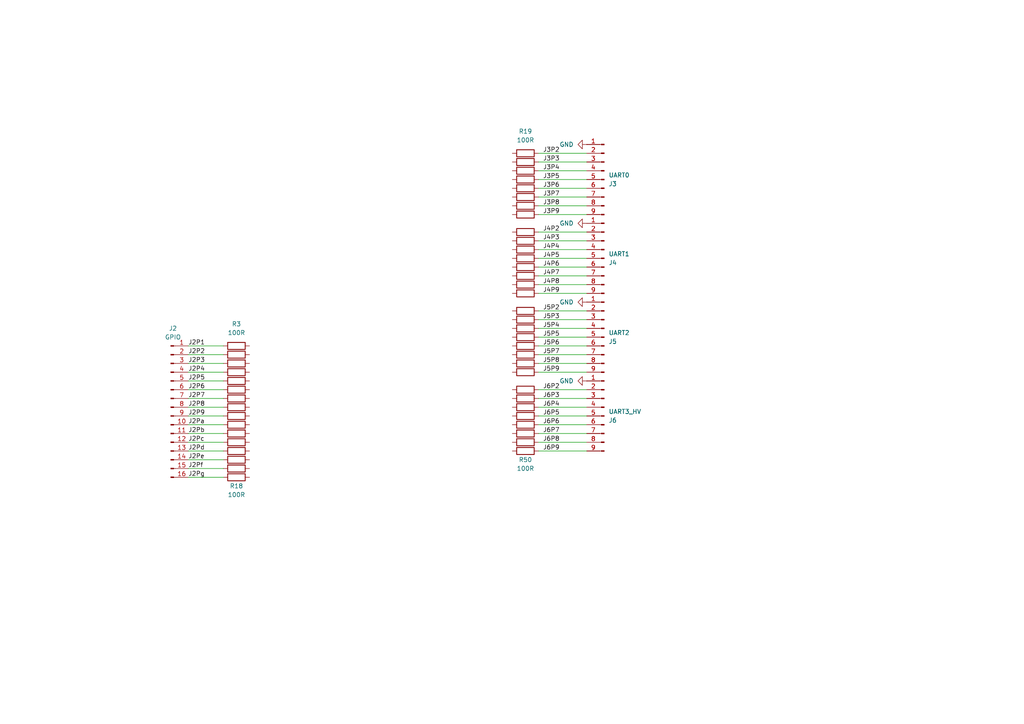
<source format=kicad_sch>
(kicad_sch (version 20231120) (generator "eeschema") (generator_version "8.0")
  (paper "A4")
  (title_block (title "USB-to-quad UART") (date "2024-08-30") (rev "rev. 2") (company "TXnology") (comment 1 "Engineer: Bence Csókás"))
  (lib_symbols
    (symbol "Connector:Conn_01x09_Pin" (pin_names (offset 1.016) hide)
      (property "Reference" "J" (at 0 12.7 0))
      (property "Value" "Conn_01x09_Pin" (at 0 -12.7 0))
      (symbol "Conn_01x09_Pin_1_1"
        (polyline (pts (xy 1.27 -10.16) (xy 0.8636 -10.16)) (stroke (width 0.1524)))
        (polyline (pts (xy 1.27 -7.62) (xy 0.8636 -7.62)) (stroke (width 0.1524)))
        (polyline (pts (xy 1.27 -5.08) (xy 0.8636 -5.08)) (stroke (width 0.1524)))
        (polyline (pts (xy 1.27 -2.54) (xy 0.8636 -2.54)) (stroke (width 0.1524)))
        (polyline (pts (xy 1.27 0) (xy 0.8636 0)) (stroke (width 0.1524)))
        (polyline (pts (xy 1.27 2.54) (xy 0.8636 2.54)) (stroke (width 0.1524)))
        (polyline (pts (xy 1.27 5.08) (xy 0.8636 5.08)) (stroke (width 0.1524)))
        (polyline (pts (xy 1.27 7.62) (xy 0.8636 7.62)) (stroke (width 0.1524)))
        (polyline (pts (xy 1.27 10.16) (xy 0.8636 10.16)) (stroke (width 0.1524)))
        (rectangle (start 0.8636 -10.033) (end 0 -10.287) (stroke (width 0.1524)) (fill (type outline)))
        (rectangle (start 0.8636 -7.493) (end 0 -7.747) (stroke (width 0.1524)) (fill (type outline)))
        (rectangle (start 0.8636 -4.953) (end 0 -5.207) (stroke (width 0.1524)) (fill (type outline)))
        (rectangle (start 0.8636 -2.413) (end 0 -2.667) (stroke (width 0.1524)) (fill (type outline)))
        (rectangle (start 0.8636 0.127) (end 0 -0.127) (stroke (width 0.1524)) (fill (type outline)))
        (rectangle (start 0.8636 2.667) (end 0 2.413) (stroke (width 0.1524)) (fill (type outline)))
        (rectangle (start 0.8636 5.207) (end 0 4.953) (stroke (width 0.1524)) (fill (type outline)))
        (rectangle (start 0.8636 7.747) (end 0 7.493) (stroke (width 0.1524)) (fill (type outline)))
        (rectangle (start 0.8636 10.287) (end 0 10.033) (stroke (width 0.1524)) (fill (type outline)))
        (pin passive line (at 5.08 10.16 180) (length 3.81) (name "Pin_1") (number "1"))
        (pin passive line (at 5.08 7.62 180) (length 3.81) (name "Pin_2") (number "2"))
        (pin passive line (at 5.08 5.08 180) (length 3.81) (name "Pin_3") (number "3"))
        (pin passive line (at 5.08 2.54 180) (length 3.81) (name "Pin_4") (number "4"))
        (pin passive line (at 5.08 0 180) (length 3.81) (name "Pin_5") (number "5"))
        (pin passive line (at 5.08 -2.54 180) (length 3.81) (name "Pin_6") (number "6"))
        (pin passive line (at 5.08 -5.08 180) (length 3.81) (name "Pin_7") (number "7"))
        (pin passive line (at 5.08 -7.62 180) (length 3.81) (name "Pin_8") (number "8"))
        (pin passive line (at 5.08 -10.16 180) (length 3.81) (name "Pin_9") (number "9"))
      )
    )
    (symbol "Connector:Conn_01x16_Pin" (pin_names (offset 1.016) hide)
      (property "Reference" "J" (at 0 20.32 0))
      (property "Value" "Conn_01x16_Pin" (at 0 -22.86 0))
      (symbol "Conn_01x16_Pin_1_1"
        (polyline (pts (xy 1.27 -20.32) (xy 0.8636 -20.32)) (stroke (width 0.1524)))
        (polyline (pts (xy 1.27 -17.78) (xy 0.8636 -17.78)) (stroke (width 0.1524)))
        (polyline (pts (xy 1.27 -15.24) (xy 0.8636 -15.24)) (stroke (width 0.1524)))
        (polyline (pts (xy 1.27 -12.7) (xy 0.8636 -12.7)) (stroke (width 0.1524)))
        (polyline (pts (xy 1.27 -10.16) (xy 0.8636 -10.16)) (stroke (width 0.1524)))
        (polyline (pts (xy 1.27 -7.62) (xy 0.8636 -7.62)) (stroke (width 0.1524)))
        (polyline (pts (xy 1.27 -5.08) (xy 0.8636 -5.08)) (stroke (width 0.1524)))
        (polyline (pts (xy 1.27 -2.54) (xy 0.8636 -2.54)) (stroke (width 0.1524)))
        (polyline (pts (xy 1.27 0) (xy 0.8636 0)) (stroke (width 0.1524)))
        (polyline (pts (xy 1.27 2.54) (xy 0.8636 2.54)) (stroke (width 0.1524)))
        (polyline (pts (xy 1.27 5.08) (xy 0.8636 5.08)) (stroke (width 0.1524)))
        (polyline (pts (xy 1.27 7.62) (xy 0.8636 7.62)) (stroke (width 0.1524)))
        (polyline (pts (xy 1.27 10.16) (xy 0.8636 10.16)) (stroke (width 0.1524)))
        (polyline (pts (xy 1.27 12.7) (xy 0.8636 12.7)) (stroke (width 0.1524)))
        (polyline (pts (xy 1.27 15.24) (xy 0.8636 15.24)) (stroke (width 0.1524)))
        (polyline (pts (xy 1.27 17.78) (xy 0.8636 17.78)) (stroke (width 0.1524)))
        (rectangle (start 0.8636 -20.193) (end 0 -20.447) (stroke (width 0.1524)) (fill (type outline)))
        (rectangle (start 0.8636 -17.653) (end 0 -17.907) (stroke (width 0.1524)) (fill (type outline)))
        (rectangle (start 0.8636 -15.113) (end 0 -15.367) (stroke (width 0.1524)) (fill (type outline)))
        (rectangle (start 0.8636 -12.573) (end 0 -12.827) (stroke (width 0.1524)) (fill (type outline)))
        (rectangle (start 0.8636 -10.033) (end 0 -10.287) (stroke (width 0.1524)) (fill (type outline)))
        (rectangle (start 0.8636 -7.493) (end 0 -7.747) (stroke (width 0.1524)) (fill (type outline)))
        (rectangle (start 0.8636 -4.953) (end 0 -5.207) (stroke (width 0.1524)) (fill (type outline)))
        (rectangle (start 0.8636 -2.413) (end 0 -2.667) (stroke (width 0.1524)) (fill (type outline)))
        (rectangle (start 0.8636 0.127) (end 0 -0.127) (stroke (width 0.1524)) (fill (type outline)))
        (rectangle (start 0.8636 2.667) (end 0 2.413) (stroke (width 0.1524)) (fill (type outline)))
        (rectangle (start 0.8636 5.207) (end 0 4.953) (stroke (width 0.1524)) (fill (type outline)))
        (rectangle (start 0.8636 7.747) (end 0 7.493) (stroke (width 0.1524)) (fill (type outline)))
        (rectangle (start 0.8636 10.287) (end 0 10.033) (stroke (width 0.1524)) (fill (type outline)))
        (rectangle (start 0.8636 12.827) (end 0 12.573) (stroke (width 0.1524)) (fill (type outline)))
        (rectangle (start 0.8636 15.367) (end 0 15.113) (stroke (width 0.1524)) (fill (type outline)))
        (rectangle (start 0.8636 17.907) (end 0 17.653) (stroke (width 0.1524)) (fill (type outline)))
        (pin passive line (at 5.08 17.78 180) (length 3.81) (name "Pin_1") (number "1"))
        (pin passive line (at 5.08 -5.08 180) (length 3.81) (name "Pin_10") (number "10"))
        (pin passive line (at 5.08 -7.62 180) (length 3.81) (name "Pin_11") (number "11"))
        (pin passive line (at 5.08 -10.16 180) (length 3.81) (name "Pin_12") (number "12"))
        (pin passive line (at 5.08 -12.7 180) (length 3.81) (name "Pin_13") (number "13"))
        (pin passive line (at 5.08 -15.24 180) (length 3.81) (name "Pin_14") (number "14"))
        (pin passive line (at 5.08 -17.78 180) (length 3.81) (name "Pin_15") (number "15"))
        (pin passive line (at 5.08 -20.32 180) (length 3.81) (name "Pin_16") (number "16"))
        (pin passive line (at 5.08 15.24 180) (length 3.81) (name "Pin_2") (number "2"))
        (pin passive line (at 5.08 12.7 180) (length 3.81) (name "Pin_3") (number "3"))
        (pin passive line (at 5.08 10.16 180) (length 3.81) (name "Pin_4") (number "4"))
        (pin passive line (at 5.08 7.62 180) (length 3.81) (name "Pin_5") (number "5"))
        (pin passive line (at 5.08 5.08 180) (length 3.81) (name "Pin_6") (number "6"))
        (pin passive line (at 5.08 2.54 180) (length 3.81) (name "Pin_7") (number "7"))
        (pin passive line (at 5.08 0 180) (length 3.81) (name "Pin_8") (number "8"))
        (pin passive line (at 5.08 -2.54 180) (length 3.81) (name "Pin_9") (number "9"))
      )
    )
    (symbol "Device:R" (pin_numbers hide) (pin_names (offset 0))
      (property "Reference" "R" (at 2.032 0 90))
      (property "Value" "R" (at 0 0 90))
      (symbol "R_0_1"
        (rectangle (start -1.016 -2.54) (end 1.016 2.54) (stroke (width 0.254)))
      )
      (symbol "R_1_1"
        (pin passive line (at 0 3.81 270) (length 1.27) (name "~") (number "1"))
        (pin passive line (at 0 -3.81 90) (length 1.27) (name "~") (number "2"))
      )
    )
    (symbol "QCP_parts:TVS4201MR6" (pin_names hide)
      (property "Reference" "U" (at 1.27 9.525 0))
      (property "Value" "TVS4201MR6" (at 1.27 6.985 0))
      (symbol "TVS4201MR6_0_0"
        (circle (center -3.556 2.54) (radius 0.0001) (stroke (width 0.508)))
        (circle (center -1.778 -7.112) (radius 0.0001) (stroke (width 0.508)))
        (circle (center -1.778 0) (radius 0.0001) (stroke (width 0.508)))
        (circle (center -1.778 4.572) (radius 0.0001) (stroke (width 0.508)))
        (circle (center -0.508 -7.112) (radius 0.0001) (stroke (width 0.508)))
        (circle (center -0.508 4.572) (radius 0.0001) (stroke (width 0.508)))
        (circle (center 0 -2.54) (radius 0.0001) (stroke (width 0.508)))
        (circle (center 0.508 -7.112) (radius 0.0001) (stroke (width 0.508)))
        (circle (center 0.508 4.572) (radius 0.0001) (stroke (width 0.508)))
        (circle (center 1.778 -7.112) (radius 0.0001) (stroke (width 0.508)))
        (circle (center 1.778 -5.08) (radius 0.0001) (stroke (width 0.508)))
        (circle (center 1.778 4.572) (radius 0.0001) (stroke (width 0.508)))
      )
      (symbol "TVS4201MR6_0_1"
        (polyline (pts (xy -5.08 -5.08) (xy 1.778 -5.08)))
        (polyline (pts (xy -5.08 -2.54) (xy 0 -2.54)))
        (polyline (pts (xy -5.08 0) (xy -1.778 0)))
        (polyline (pts (xy -5.08 2.54) (xy -3.556 2.54)))
        (polyline (pts (xy -4.064 -5.588) (xy -3.048 -5.588)))
        (polyline (pts (xy -3.048 4.064) (xy -4.064 4.064)))
        (polyline (pts (xy -2.286 -5.588) (xy -1.27 -5.588)))
        (polyline (pts (xy -2.286 4.064) (xy -1.27 4.064)))
        (polyline (pts (xy -0.508 -5.588) (xy 0.508 -5.588)))
        (polyline (pts (xy 0 5.08) (xy 0.508 4.572)))
        (polyline (pts (xy 0.508 -7.112) (xy -0.508 -7.112)))
        (polyline (pts (xy 0.508 4.064) (xy -0.508 4.064)))
        (polyline (pts (xy 1.27 4.064) (xy 2.286 4.064)))
        (polyline (pts (xy 2.286 -5.588) (xy 1.27 -5.588)))
        (polyline (pts (xy 2.794 -0.762) (xy 2.794 -0.381) (xy 3.81 -0.381)))
        (polyline (pts (xy -4.064 3.048) (xy -3.048 3.048) (xy -3.556 4.064) (xy -4.064 3.048)))
        (polyline (pts (xy -3.048 -6.604) (xy -4.064 -6.604) (xy -3.556 -5.588) (xy -3.048 -6.604)))
        (polyline (pts (xy -1.27 -6.604) (xy -2.286 -6.604) (xy -1.778 -5.588) (xy -1.27 -6.604)))
        (polyline (pts (xy -1.27 3.048) (xy -2.286 3.048) (xy -1.778 4.064) (xy -1.27 3.048)))
        (polyline (pts (xy -0.508 -6.604) (xy 0.508 -6.604) (xy 0 -5.588) (xy -0.508 -6.604)))
        (polyline (pts (xy -0.508 3.048) (xy 0.508 3.048) (xy 0 4.064) (xy -0.508 3.048)))
        (polyline (pts (xy 1.27 -6.604) (xy 2.286 -6.604) (xy 1.778 -5.588) (xy 1.27 -6.604)))
        (polyline (pts (xy 1.778 4.572) (xy 3.302 4.572) (xy 3.302 -7.112) (xy 1.778 -7.112)))
        (polyline (pts (xy 2.286 3.048) (xy 1.27 3.048) (xy 1.778 4.064) (xy 2.286 3.048)))
        (polyline (pts (xy 3.81 -1.524) (xy 2.794 -1.524) (xy 3.302 -0.508) (xy 3.81 -1.524)))
      )
      (symbol "TVS4201MR6_1_1"
        (rectangle (start -5.08 5.334) (end 5.08 -7.874) (stroke (width 0.254)) (fill (type background)))
        (polyline (pts (xy -1.778 4.572) (xy -3.556 4.572) (xy -3.556 -7.112) (xy -1.778 -7.112)))
        (polyline (pts (xy -0.508 4.572) (xy 1.778 4.572) (xy 1.778 -7.112) (xy 0.508 -7.112)))
        (polyline (pts (xy 0.508 -7.112) (xy 0 -6.604) (xy 0 4.064) (xy -0.508 4.572)))
        (polyline (pts (xy 0 -7.62) (xy -0.508 -7.112) (xy -1.778 -7.112) (xy -1.778 4.572) (xy -0.508 4.572)))
        (pin passive line (at -7.62 2.54 0) (length 2.54) (name "I/O1") (number "1"))
        (pin passive line (at 0 -10.16 90) (length 2.54) (name "GND") (number "2"))
        (pin passive line (at -7.62 0 0) (length 2.54) (name "I/O2") (number "3"))
        (pin passive line (at -7.62 -2.54 0) (length 2.54) (name "I/O3") (number "4"))
        (pin passive line (at 0 7.62 270) (length 2.54) (name "VBUS") (number "5"))
        (pin passive line (at -7.62 -5.08 0) (length 2.54) (name "I/O4") (number "6"))
      )
    )
    (symbol "power:GND" (power) (pin_numbers hide) (pin_names (offset 0) hide)
      (property "Value" "GND" (at 0 -3.81 0))
      (symbol "GND_0_1"
        (polyline (pts (xy 0 0) (xy 0 -1.27) (xy 1.27 -1.27) (xy 0 -2.54) (xy -1.27 -1.27) (xy 0 -1.27)))
      )
      (symbol "GND_1_1"
        (pin power_in line (at 0 0 270) (length 0) (name "~") (number "1"))
      )
    )
    (symbol "power:VCC" (power) (pin_numbers hide) (pin_names (offset 0) hide)
      (property "Value" "VCC" (at 0 3.556 0))
      (symbol "VCC_0_1"
        (polyline (pts (xy -0.762 1.27) (xy 0 2.54)))
        (polyline (pts (xy 0 0) (xy 0 2.54)))
        (polyline (pts (xy 0 2.54) (xy 0.762 1.27)))
      )
      (symbol "VCC_1_1"
        (pin power_in line (at 0 0 90) (length 0) (name "~") (number "1"))
      )
    )
    (symbol "power:VDD" (power) (pin_numbers hide) (pin_names (offset 0) hide)
      (property "Value" "VDD" (at 0 3.556 0))
      (symbol "VDD_0_1"
        (polyline (pts (xy -0.762 1.27) (xy 0 2.54)))
        (polyline (pts (xy 0 0) (xy 0 2.54)))
        (polyline (pts (xy 0 2.54) (xy 0.762 1.27)))
      )
      (symbol "VDD_1_1"
        (pin power_in line (at 0 0 90) (length 0) (name "~") (number "1"))
      )
    )
  )
  (wire (pts (xy 233.68 232.41) (xy 238.76 232.41)))
  (wire (pts (xy 142.24 227.33) (xy 147.32 227.33)))
  (wire (pts (xy 54.61 105.41) (xy 64.77 105.41)))
  (wire (pts (xy 142.24 234.95) (xy 147.32 234.95)))
  (wire (pts (xy 119.38 229.87) (xy 124.46 229.87)))
  (wire (pts (xy 170.18 107.95) (xy 156.21 107.95)))
  (wire (pts (xy 54.61 102.87) (xy 64.77 102.87)))
  (wire (pts (xy 210.82 229.87) (xy 215.9 229.87)))
  (wire (pts (xy 170.18 123.19) (xy 156.21 123.19)))
  (wire (pts (xy 54.61 120.65) (xy 64.77 120.65)))
  (wire (pts (xy 170.18 67.31) (xy 156.21 67.31)))
  (wire (pts (xy 142.24 232.41) (xy 147.32 232.41)))
  (wire (pts (xy 170.18 118.11) (xy 156.21 118.11)))
  (wire (pts (xy 54.61 110.49) (xy 64.77 110.49)))
  (wire (pts (xy 170.18 44.45) (xy 156.21 44.45)))
  (wire (pts (xy 50.8 234.95) (xy 55.88 234.95)))
  (wire (pts (xy 170.18 95.25) (xy 156.21 95.25)))
  (wire (pts (xy 165.1 227.33) (xy 170.18 227.33)))
  (wire (pts (xy 170.18 54.61) (xy 156.21 54.61)))
  (wire (pts (xy 170.18 74.93) (xy 156.21 74.93)))
  (wire (pts (xy 170.18 120.65) (xy 156.21 120.65)))
  (wire (pts (xy 256.54 229.87) (xy 261.62 229.87)))
  (wire (pts (xy 170.18 52.07) (xy 156.21 52.07)))
  (wire (pts (xy 54.61 135.89) (xy 64.77 135.89)))
  (wire (pts (xy 54.61 125.73) (xy 64.77 125.73)))
  (wire (pts (xy 27.94 234.95) (xy 33.02 234.95)))
  (wire (pts (xy 233.68 227.33) (xy 238.76 227.33)))
  (wire (pts (xy 165.1 232.41) (xy 170.18 232.41)))
  (wire (pts (xy 96.52 229.87) (xy 101.6 229.87)))
  (wire (pts (xy 142.24 229.87) (xy 147.32 229.87)))
  (wire (pts (xy 156.21 46.99) (xy 170.18 46.99)))
  (wire (pts (xy 119.38 227.33) (xy 124.46 227.33)))
  (wire (pts (xy 170.18 105.41) (xy 156.21 105.41)))
  (wire (pts (xy 170.18 49.53) (xy 156.21 49.53)))
  (wire (pts (xy 170.18 62.23) (xy 156.21 62.23)))
  (wire (pts (xy 96.52 232.41) (xy 101.6 232.41)))
  (wire (pts (xy 170.18 82.55) (xy 156.21 82.55)))
  (wire (pts (xy 73.66 229.87) (xy 78.74 229.87)))
  (wire (pts (xy 73.66 232.41) (xy 78.74 232.41)))
  (wire (pts (xy 27.94 227.33) (xy 33.02 227.33)))
  (wire (pts (xy 170.18 90.17) (xy 156.21 90.17)))
  (wire (pts (xy 54.61 107.95) (xy 64.77 107.95)))
  (wire (pts (xy 187.96 234.95) (xy 193.04 234.95)))
  (wire (pts (xy 170.18 57.15) (xy 156.21 57.15)))
  (wire (pts (xy 165.1 229.87) (xy 170.18 229.87)))
  (wire (pts (xy 54.61 115.57) (xy 64.77 115.57)))
  (wire (pts (xy 54.61 123.19) (xy 64.77 123.19)))
  (wire (pts (xy 96.52 227.33) (xy 101.6 227.33)))
  (wire (pts (xy 54.61 113.03) (xy 64.77 113.03)))
  (wire (pts (xy 50.8 227.33) (xy 55.88 227.33)))
  (wire (pts (xy 5.08 232.41) (xy 10.16 232.41)))
  (wire (pts (xy 119.38 234.95) (xy 124.46 234.95)))
  (wire (pts (xy 54.61 100.33) (xy 64.77 100.33)))
  (wire (pts (xy 170.18 115.57) (xy 156.21 115.57)))
  (wire (pts (xy 27.94 229.87) (xy 33.02 229.87)))
  (wire (pts (xy 54.61 128.27) (xy 64.77 128.27)))
  (wire (pts (xy 170.18 77.47) (xy 156.21 77.47)))
  (wire (pts (xy 187.96 232.41) (xy 193.04 232.41)))
  (wire (pts (xy 5.08 229.87) (xy 10.16 229.87)))
  (wire (pts (xy 54.61 118.11) (xy 64.77 118.11)))
  (wire (pts (xy 170.18 102.87) (xy 156.21 102.87)))
  (wire (pts (xy 73.66 234.95) (xy 78.74 234.95)))
  (wire (pts (xy 210.82 227.33) (xy 215.9 227.33)))
  (wire (pts (xy 170.18 80.01) (xy 156.21 80.01)))
  (wire (pts (xy 170.18 69.85) (xy 156.21 69.85)))
  (wire (pts (xy 256.54 234.95) (xy 261.62 234.95)))
  (wire (pts (xy 256.54 227.33) (xy 261.62 227.33)))
  (wire (pts (xy 5.08 227.33) (xy 10.16 227.33)))
  (wire (pts (xy 54.61 138.43) (xy 64.77 138.43)))
  (wire (pts (xy 27.94 232.41) (xy 33.02 232.41)))
  (wire (pts (xy 233.68 229.87) (xy 238.76 229.87)))
  (wire (pts (xy 5.08 234.95) (xy 10.16 234.95)))
  (wire (pts (xy 210.82 232.41) (xy 215.9 232.41)))
  (wire (pts (xy 170.18 59.69) (xy 156.21 59.69)))
  (wire (pts (xy 187.96 229.87) (xy 193.04 229.87)))
  (wire (pts (xy 96.52 234.95) (xy 101.6 234.95)))
  (wire (pts (xy 170.18 85.09) (xy 156.21 85.09)))
  (wire (pts (xy 170.18 125.73) (xy 156.21 125.73)))
  (wire (pts (xy 54.61 130.81) (xy 64.77 130.81)))
  (wire (pts (xy 165.1 234.95) (xy 170.18 234.95)))
  (wire (pts (xy 256.54 232.41) (xy 261.62 232.41)))
  (wire (pts (xy 50.8 232.41) (xy 55.88 232.41)))
  (wire (pts (xy 170.18 128.27) (xy 156.21 128.27)))
  (wire (pts (xy 170.18 72.39) (xy 156.21 72.39)))
  (wire (pts (xy 119.38 232.41) (xy 124.46 232.41)))
  (wire (pts (xy 54.61 133.35) (xy 64.77 133.35)))
  (wire (pts (xy 50.8 229.87) (xy 55.88 229.87)))
  (wire (pts (xy 210.82 234.95) (xy 215.9 234.95)))
  (wire (pts (xy 170.18 113.03) (xy 156.21 113.03)))
  (wire (pts (xy 170.18 92.71) (xy 156.21 92.71)))
  (wire (pts (xy 170.18 100.33) (xy 156.21 100.33)))
  (wire (pts (xy 170.18 130.81) (xy 156.21 130.81)))
  (wire (pts (xy 187.96 227.33) (xy 193.04 227.33)))
  (wire (pts (xy 233.68 234.95) (xy 238.76 234.95)))
  (wire (pts (xy 170.18 97.79) (xy 156.21 97.79)))
  (wire (pts (xy 73.66 227.33) (xy 78.74 227.33)))
  (label "J5P9" (at 157.48 107.95 0))
  (label "J6P7" (at 157.48 125.73 0))
  (label "J5P3" (at 187.96 229.87 0))
  (label "J2Pf" (at 73.66 232.41 0))
  (label "J2Pb" (at 50.8 232.41 0))
  (label "J4P9" (at 157.48 85.09 0))
  (label "J5P4" (at 187.96 232.41 0))
  (label "J3P8" (at 119.38 232.41 0))
  (label "J2Pf" (at 54.61 135.89 0))
  (label "J3P6" (at 119.38 227.33 0))
  (label "J6P8" (at 256.54 232.41 0))
  (label "J2Pa" (at 50.8 229.87 0))
  (label "J2P8" (at 27.94 234.95 0))
  (label "J2Pc" (at 50.8 234.95 0))
  (label "J5P8" (at 210.82 232.41 0))
  (label "J3P5" (at 157.48 52.07 0))
  (label "J2Pg" (at 73.66 234.95 0))
  (label "J5P7" (at 157.48 102.87 0))
  (label "J2Pa" (at 54.61 123.19 0))
  (label "J4P4" (at 157.48 72.39 0))
  (label "J6P9" (at 157.48 130.81 0))
  (label "J4P2" (at 142.24 227.33 0))
  (label "J6P3" (at 157.48 115.57 0))
  (label "J6P2" (at 157.48 113.03 0))
  (label "J2Pc" (at 54.61 128.27 0))
  (label "J3P3" (at 157.48 46.99 0))
  (label "J2P7" (at 54.61 115.57 0))
  (label "J2P3" (at 5.08 232.41 0))
  (label "J5P2" (at 157.48 90.17 0))
  (label "J6P5" (at 157.48 120.65 0))
  (label "J2P5" (at 54.61 110.49 0))
  (label "J2P2" (at 54.61 102.87 0))
  (label "J3P9" (at 119.38 234.95 0))
  (label "J6P8" (at 157.48 128.27 0))
  (label "J2P4" (at 54.61 107.95 0))
  (label "J6P4" (at 233.68 232.41 0))
  (label "J4P2" (at 157.48 67.31 0))
  (label "J6P4" (at 157.48 118.11 0))
  (label "J6P7" (at 256.54 229.87 0))
  (label "J3P5" (at 96.52 234.95 0))
  (label "J2P9" (at 54.61 120.65 0))
  (label "J6P2" (at 233.68 227.33 0))
  (label "J2Pe" (at 73.66 229.87 0))
  (label "J5P8" (at 157.48 105.41 0))
  (label "J2P8" (at 54.61 118.11 0))
  (label "J3P3" (at 96.52 229.87 0))
  (label "J6P6" (at 256.54 227.33 0))
  (label "J4P3" (at 142.24 229.87 0))
  (label "J5P9" (at 210.82 234.95 0))
  (label "J4P5" (at 142.24 234.95 0))
  (label "J3P7" (at 119.38 229.87 0))
  (label "J5P6" (at 210.82 227.33 0))
  (label "J3P4" (at 157.48 49.53 0))
  (label "J2P6" (at 27.94 229.87 0))
  (label "J4P8" (at 165.1 232.41 0))
  (label "J3P2" (at 96.52 227.33 0))
  (label "J2P7" (at 27.94 232.41 0))
  (label "J2Pd" (at 73.66 227.33 0))
  (label "J2P6" (at 54.61 113.03 0))
  (label "J2P3" (at 54.61 105.41 0))
  (label "J3P6" (at 157.48 54.61 0))
  (label "J5P3" (at 157.48 92.71 0))
  (label "J2P9" (at 50.8 227.33 0))
  (label "J5P7" (at 210.82 229.87 0))
  (label "J2Pg" (at 54.61 138.43 0))
  (label "J4P3" (at 157.48 69.85 0))
  (label "J2Pb" (at 54.61 125.73 0))
  (label "J5P5" (at 187.96 234.95 0))
  (label "J3P9" (at 157.48 62.23 0))
  (label "J3P7" (at 157.48 57.15 0))
  (label "J3P8" (at 157.48 59.69 0))
  (label "J5P6" (at 157.48 100.33 0))
  (label "J4P6" (at 165.1 227.33 0))
  (label "J2Pe" (at 54.61 133.35 0))
  (label "J6P3" (at 233.68 229.87 0))
  (label "J2P1" (at 5.08 227.33 0))
  (label "J5P2" (at 187.96 227.33 0))
  (label "J3P4" (at 96.52 232.41 0))
  (label "J2P2" (at 5.08 229.87 0))
  (label "J5P5" (at 157.48 97.79 0))
  (label "J2P5" (at 27.94 227.33 0))
  (label "J2P1" (at 54.61 100.33 0))
  (label "J6P5" (at 233.68 234.95 0))
  (label "J2Pd" (at 54.61 130.81 0))
  (label "J6P9" (at 256.54 234.95 0))
  (label "J4P6" (at 157.48 77.47 0))
  (label "J4P7" (at 157.48 80.01 0))
  (label "J4P9" (at 165.1 234.95 0))
  (label "J4P7" (at 165.1 229.87 0))
  (label "J6P6" (at 157.48 123.19 0))
  (label "J4P5" (at 157.48 74.93 0))
  (label "J5P4" (at 157.48 95.25 0))
  (label "J4P8" (at 157.48 82.55 0))
  (label "J4P4" (at 142.24 232.41 0))
  (label "J2P4" (at 5.08 234.95 0))
  (label "J3P2" (at 157.48 44.45 0))
  (symbol (lib_id "QCP_parts:TVS4201MR6") (at 200.66 229.87 0) (unit 1)
    (property "Reference" "U12" (at 204.978 220.218 0) (effects (justify left)))
    (property "Value" "TVS4201MR6" (at 201.93 222.885 0) (effects (justify left)))
    (property "Footprint" "Package_SO:TSOP-6_1.65x3.05mm_P0.95mm" (effects (hide yes)))
    (property "Datasheet" "https://www.onsemi.com/download/data-sheet/pdf/tvs4201mr6-d.pdf" (effects (hide yes)))
    (property "Description" "Low Clamping Voltage Surge Protection Diode Array, 4 data-line, TSOP-6" (effects (hide yes)))
  )
  (symbol (lib_id "QCP_parts:TVS4201MR6") (at 246.38 229.87 0) (unit 1)
    (property "Reference" "U14" (at 250.698 220.218 0) (effects (justify left)))
    (property "Value" "TVS4201MR6" (at 247.65 222.885 0) (effects (justify left)))
    (property "Footprint" "Package_SO:TSOP-6_1.65x3.05mm_P0.95mm" (effects (hide yes)))
    (property "Datasheet" "https://www.onsemi.com/download/data-sheet/pdf/tvs4201mr6-d.pdf" (effects (hide yes)))
    (property "Description" "Low Clamping Voltage Surge Protection Diode Array, 4 data-line, TSOP-6" (effects (hide yes)))
  )
  (symbol (lib_id "QCP_parts:TVS4201MR6") (at 177.8 229.87 0) (unit 1)
    (property "Reference" "U11" (at 182.118 220.218 0) (effects (justify left)))
    (property "Value" "TVS4201MR6" (at 179.07 222.885 0) (effects (justify left)))
    (property "Footprint" "Package_SO:TSOP-6_1.65x3.05mm_P0.95mm" (effects (hide yes)))
    (property "Datasheet" "https://www.onsemi.com/download/data-sheet/pdf/tvs4201mr6-d.pdf" (effects (hide yes)))
    (property "Description" "Low Clamping Voltage Surge Protection Diode Array, 4 data-line, TSOP-6" (effects (hide yes)))
  )
  (symbol (lib_id "power:GND") (at 246.38 240.03 0) (unit 1)
    (property "Reference" "#PWR051" (effects (hide yes)))
    (property "Value" "GND" (at 246.38 245.11 0))
    (property "Description" "Power symbol creates a global label with name \"GND\" , ground" (effects (hide yes)))
  )
  (symbol (lib_id "QCP_parts:TVS4201MR6") (at 17.78 229.87 0) (unit 1)
    (property "Reference" "U4" (at 22.098 220.218 0) (effects (justify left)))
    (property "Value" "TVS4201MR6" (at 19.05 222.885 0) (effects (justify left)))
    (property "Footprint" "Package_SO:TSOP-6_1.65x3.05mm_P0.95mm" (effects (hide yes)))
    (property "Datasheet" "https://www.onsemi.com/download/data-sheet/pdf/tvs4201mr6-d.pdf" (effects (hide yes)))
    (property "Description" "Low Clamping Voltage Surge Protection Diode Array, 4 data-line, TSOP-6" (effects (hide yes)))
  )
  (symbol (lib_id "power:GND") (at 170.18 110.49 270) (unit 1)
    (property "Reference" "#PWR020" (effects (hide yes)))
    (property "Value" "GND" (at 166.37 110.4899 90) (effects (justify right)))
    (property "Description" "Power symbol creates a global label with name \"GND\" , ground" (effects (hide yes)))
  )
  (symbol (lib_id "Device:R") (at 152.4 44.45 90) (unit 1)
    (property "Reference" "R19" (at 152.4 38.1 90))
    (property "Value" "100R" (at 152.4 40.64 90))
    (property "Footprint" "Resistor_SMD:R_0603_1608Metric" (effects (hide yes)))
    (property "Description" "Resistor" (effects (hide yes)))
  )
  (symbol (lib_id "Device:R") (at 152.4 49.53 90) (unit 1)
    (property "Reference" "R21" (effects (hide yes)))
    (property "Value" "100R" (effects (hide yes)))
    (property "Footprint" "Resistor_SMD:R_0603_1608Metric" (effects (hide yes)))
    (property "Description" "Resistor" (effects (hide yes)))
  )
  (symbol (lib_id "power:GND") (at 40.64 240.03 0) (unit 1)
    (property "Reference" "#PWR032" (effects (hide yes)))
    (property "Value" "GND" (at 40.64 245.11 0))
    (property "Description" "Power symbol creates a global label with name \"GND\" , ground" (effects (hide yes)))
  )
  (symbol (lib_id "Device:R") (at 68.58 138.43 90) (unit 1)
    (property "Reference" "R18" (at 68.58 140.97 90))
    (property "Value" "100R" (at 68.58 143.51 90))
    (property "Footprint" "Resistor_SMD:R_0603_1608Metric" (effects (hide yes)))
    (property "Description" "Resistor" (effects (hide yes)))
  )
  (symbol (lib_id "Device:R") (at 68.58 105.41 90) (unit 1)
    (property "Reference" "R5" (effects (hide yes)))
    (property "Value" "100R" (effects (hide yes)))
    (property "Footprint" "Resistor_SMD:R_0603_1608Metric" (effects (hide yes)))
    (property "Description" "Resistor" (effects (hide yes)))
  )
  (symbol (lib_id "power:GND") (at 200.66 240.03 0) (unit 1)
    (property "Reference" "#PWR047" (effects (hide yes)))
    (property "Value" "GND" (at 200.66 245.11 0))
    (property "Description" "Power symbol creates a global label with name \"GND\" , ground" (effects (hide yes)))
  )
  (symbol (lib_id "Device:R") (at 152.4 62.23 90) (unit 1)
    (property "Reference" "R26" (effects (hide yes)))
    (property "Value" "100R" (effects (hide yes)))
    (property "Footprint" "Resistor_SMD:R_0603_1608Metric" (effects (hide yes)))
    (property "Description" "Resistor" (effects (hide yes)))
  )
  (symbol (lib_id "QCP_parts:TVS4201MR6") (at 86.36 229.87 0) (unit 1)
    (property "Reference" "U7" (at 90.678 220.218 0) (effects (justify left)))
    (property "Value" "TVS4201MR6" (at 87.63 222.885 0) (effects (justify left)))
    (property "Footprint" "Package_SO:TSOP-6_1.65x3.05mm_P0.95mm" (effects (hide yes)))
    (property "Datasheet" "https://www.onsemi.com/download/data-sheet/pdf/tvs4201mr6-d.pdf" (effects (hide yes)))
    (property "Description" "Low Clamping Voltage Surge Protection Diode Array, 4 data-line, TSOP-6" (effects (hide yes)))
  )
  (symbol (lib_id "Connector:Conn_01x09_Pin") (at 175.26 97.79 0) (mirror y) (unit 1)
    (property "Reference" "J5" (at 176.53 99.0601 0) (effects (justify right)))
    (property "Value" "UART2" (at 176.53 96.5201 0) (effects (justify right)))
    (property "Footprint" "Connector_PinHeader_2.54mm:PinHeader_1x09_P2.54mm_Vertical" (effects (hide yes)))
    (property "Description" "Generic connector, single row, 01x09, script generated" (effects (hide yes)))
  )
  (symbol (lib_id "Device:R") (at 152.4 59.69 90) (unit 1)
    (property "Reference" "R25" (effects (hide yes)))
    (property "Value" "100R" (effects (hide yes)))
    (property "Footprint" "Resistor_SMD:R_0603_1608Metric" (effects (hide yes)))
    (property "Description" "Resistor" (effects (hide yes)))
  )
  (symbol (lib_id "power:VDD") (at 63.5 222.25 0) (unit 1)
    (property "Reference" "#PWR033" (effects (hide yes)))
    (property "Value" "VDD" (at 63.5 217.17 0))
    (property "Description" "Power symbol creates a global label with name \"VDD\"" (effects (hide yes)))
  )
  (symbol (lib_id "QCP_parts:TVS4201MR6") (at 154.94 229.87 0) (unit 1)
    (property "Reference" "U10" (at 159.258 220.218 0) (effects (justify left)))
    (property "Value" "TVS4201MR6" (at 156.21 222.885 0) (effects (justify left)))
    (property "Footprint" "Package_SO:TSOP-6_1.65x3.05mm_P0.95mm" (effects (hide yes)))
    (property "Datasheet" "https://www.onsemi.com/download/data-sheet/pdf/tvs4201mr6-d.pdf" (effects (hide yes)))
    (property "Description" "Low Clamping Voltage Surge Protection Diode Array, 4 data-line, TSOP-6" (effects (hide yes)))
  )
  (symbol (lib_id "power:GND") (at 86.36 240.03 0) (unit 1)
    (property "Reference" "#PWR037" (effects (hide yes)))
    (property "Value" "GND" (at 86.36 245.11 0))
    (property "Description" "Power symbol creates a global label with name \"GND\" , ground" (effects (hide yes)))
  )
  (symbol (lib_id "power:VDD") (at 200.66 222.25 0) (unit 1)
    (property "Reference" "#PWR046" (effects (hide yes)))
    (property "Value" "VDD" (at 200.66 217.17 0))
    (property "Description" "Power symbol creates a global label with name \"VDD\"" (effects (hide yes)))
  )
  (symbol (lib_id "Device:R") (at 152.4 97.79 90) (unit 1)
    (property "Reference" "R38" (effects (hide yes)))
    (property "Value" "100R" (effects (hide yes)))
    (property "Footprint" "Resistor_SMD:R_0603_1608Metric" (effects (hide yes)))
    (property "Description" "Resistor" (effects (hide yes)))
  )
  (symbol (lib_id "Device:R") (at 68.58 113.03 90) (unit 1)
    (property "Reference" "R8" (effects (hide yes)))
    (property "Value" "100R" (effects (hide yes)))
    (property "Footprint" "Resistor_SMD:R_0603_1608Metric" (effects (hide yes)))
    (property "Description" "Resistor" (effects (hide yes)))
  )
  (symbol (lib_id "Device:R") (at 152.4 107.95 90) (unit 1)
    (property "Reference" "R42" (effects (hide yes)))
    (property "Value" "100R" (effects (hide yes)))
    (property "Footprint" "Resistor_SMD:R_0603_1608Metric" (effects (hide yes)))
    (property "Description" "Resistor" (effects (hide yes)))
  )
  (symbol (lib_id "power:GND") (at 170.18 87.63 270) (unit 1)
    (property "Reference" "#PWR019" (effects (hide yes)))
    (property "Value" "GND" (at 166.37 87.6299 90) (effects (justify right)))
    (property "Description" "Power symbol creates a global label with name \"GND\" , ground" (effects (hide yes)))
  )
  (symbol (lib_id "Connector:Conn_01x16_Pin") (at 49.53 118.11 0) (unit 1)
    (property "Reference" "J2" (at 50.165 95.25 0))
    (property "Value" "GPIO" (at 50.165 97.79 0))
    (property "Footprint" "Connector_PinHeader_2.54mm:PinHeader_2x08_P2.54mm_Vertical" (effects (hide yes)))
    (property "Description" "Generic connector, single row, 01x16, script generated" (effects (hide yes)))
  )
  (symbol (lib_id "Device:R") (at 152.4 77.47 90) (unit 1)
    (property "Reference" "R31" (effects (hide yes)))
    (property "Value" "100R" (effects (hide yes)))
    (property "Footprint" "Resistor_SMD:R_0603_1608Metric" (effects (hide yes)))
    (property "Description" "Resistor" (effects (hide yes)))
  )
  (symbol (lib_id "Device:R") (at 152.4 46.99 90) (unit 1)
    (property "Reference" "R20" (effects (hide yes)))
    (property "Value" "100R" (effects (hide yes)))
    (property "Footprint" "Resistor_SMD:R_0603_1608Metric" (effects (hide yes)))
    (property "Description" "Resistor" (effects (hide yes)))
  )
  (symbol (lib_id "Device:R") (at 68.58 123.19 90) (unit 1)
    (property "Reference" "R12" (effects (hide yes)))
    (property "Value" "100R" (effects (hide yes)))
    (property "Footprint" "Resistor_SMD:R_0603_1608Metric" (effects (hide yes)))
    (property "Description" "Resistor" (effects (hide yes)))
  )
  (symbol (lib_id "power:VDD") (at 40.64 222.25 0) (unit 1)
    (property "Reference" "#PWR031" (effects (hide yes)))
    (property "Value" "VDD" (at 40.64 217.17 0))
    (property "Description" "Power symbol creates a global label with name \"VDD\"" (effects (hide yes)))
  )
  (symbol (lib_id "power:GND") (at 109.22 240.03 0) (unit 1)
    (property "Reference" "#PWR039" (effects (hide yes)))
    (property "Value" "GND" (at 109.22 245.11 0))
    (property "Description" "Power symbol creates a global label with name \"GND\" , ground" (effects (hide yes)))
  )
  (symbol (lib_id "QCP_parts:TVS4201MR6") (at 63.5 229.87 0) (unit 1)
    (property "Reference" "U6" (at 67.818 220.218 0) (effects (justify left)))
    (property "Value" "TVS4201MR6" (at 64.77 222.885 0) (effects (justify left)))
    (property "Footprint" "Package_SO:TSOP-6_1.65x3.05mm_P0.95mm" (effects (hide yes)))
    (property "Datasheet" "https://www.onsemi.com/download/data-sheet/pdf/tvs4201mr6-d.pdf" (effects (hide yes)))
    (property "Description" "Low Clamping Voltage Surge Protection Diode Array, 4 data-line, TSOP-6" (effects (hide yes)))
  )
  (symbol (lib_id "Connector:Conn_01x09_Pin") (at 175.26 120.65 0) (mirror y) (unit 1)
    (property "Reference" "J6" (at 176.53 121.9201 0) (effects (justify right)))
    (property "Value" "UART3_HV" (at 176.53 119.3801 0) (effects (justify right)))
    (property "Footprint" "Connector_PinHeader_2.54mm:PinHeader_1x09_P2.54mm_Vertical" (effects (hide yes)))
    (property "Description" "Generic connector, single row, 01x09, script generated" (effects (hide yes)))
  )
  (symbol (lib_id "Device:R") (at 152.4 125.73 90) (unit 1)
    (property "Reference" "R48" (effects (hide yes)))
    (property "Value" "100R" (effects (hide yes)))
    (property "Footprint" "Resistor_SMD:R_0603_1608Metric" (effects (hide yes)))
    (property "Description" "Resistor" (effects (hide yes)))
  )
  (symbol (lib_id "Device:R") (at 152.4 82.55 90) (unit 1)
    (property "Reference" "R33" (effects (hide yes)))
    (property "Value" "100R" (effects (hide yes)))
    (property "Footprint" "Resistor_SMD:R_0603_1608Metric" (effects (hide yes)))
    (property "Description" "Resistor" (effects (hide yes)))
  )
  (symbol (lib_id "Device:R") (at 152.4 54.61 90) (unit 1)
    (property "Reference" "R23" (effects (hide yes)))
    (property "Value" "100R" (effects (hide yes)))
    (property "Footprint" "Resistor_SMD:R_0603_1608Metric" (effects (hide yes)))
    (property "Description" "Resistor" (effects (hide yes)))
  )
  (symbol (lib_id "power:VDD") (at 154.94 222.25 0) (unit 1)
    (property "Reference" "#PWR042" (effects (hide yes)))
    (property "Value" "VDD" (at 154.94 217.17 0))
    (property "Description" "Power symbol creates a global label with name \"VDD\"" (effects (hide yes)))
  )
  (symbol (lib_id "Connector:Conn_01x09_Pin") (at 175.26 74.93 0) (mirror y) (unit 1)
    (property "Reference" "J4" (at 176.53 76.2001 0) (effects (justify right)))
    (property "Value" "UART1" (at 176.53 73.6601 0) (effects (justify right)))
    (property "Footprint" "Connector_PinHeader_2.54mm:PinHeader_1x09_P2.54mm_Vertical" (effects (hide yes)))
    (property "Description" "Generic connector, single row, 01x09, script generated" (effects (hide yes)))
  )
  (symbol (lib_id "Device:R") (at 68.58 107.95 90) (unit 1)
    (property "Reference" "R6" (effects (hide yes)))
    (property "Value" "100R" (effects (hide yes)))
    (property "Footprint" "Resistor_SMD:R_0603_1608Metric" (effects (hide yes)))
    (property "Description" "Resistor" (effects (hide yes)))
  )
  (symbol (lib_id "Device:R") (at 152.4 85.09 90) (unit 1)
    (property "Reference" "R34" (effects (hide yes)))
    (property "Value" "100R" (effects (hide yes)))
    (property "Footprint" "Resistor_SMD:R_0603_1608Metric" (effects (hide yes)))
    (property "Description" "Resistor" (effects (hide yes)))
  )
  (symbol (lib_id "power:VCC") (at 246.38 222.25 0) (unit 1)
    (property "Reference" "#PWR050" (effects (hide yes)))
    (property "Value" "VCCH" (at 246.38 217.17 0))
    (property "Description" "Power symbol creates a global label with name \"VCCH\"" (effects (hide yes)))
  )
  (symbol (lib_id "power:VDD") (at 223.52 222.25 0) (unit 1)
    (property "Reference" "#PWR048" (effects (hide yes)))
    (property "Value" "VDD" (at 223.52 217.17 0))
    (property "Description" "Power symbol creates a global label with name \"VDD\"" (effects (hide yes)))
  )
  (symbol (lib_id "Device:R") (at 68.58 110.49 90) (unit 1)
    (property "Reference" "R7" (effects (hide yes)))
    (property "Value" "100R" (effects (hide yes)))
    (property "Footprint" "Resistor_SMD:R_0603_1608Metric" (effects (hide yes)))
    (property "Description" "Resistor" (effects (hide yes)))
  )
  (symbol (lib_id "Device:R") (at 152.4 128.27 90) (unit 1)
    (property "Reference" "R49" (effects (hide yes)))
    (property "Value" "100R" (effects (hide yes)))
    (property "Footprint" "Resistor_SMD:R_0603_1608Metric" (effects (hide yes)))
    (property "Description" "Resistor" (effects (hide yes)))
  )
  (symbol (lib_id "Device:R") (at 152.4 100.33 90) (unit 1)
    (property "Reference" "R39" (effects (hide yes)))
    (property "Value" "100R" (effects (hide yes)))
    (property "Footprint" "Resistor_SMD:R_0603_1608Metric" (effects (hide yes)))
    (property "Description" "Resistor" (effects (hide yes)))
  )
  (symbol (lib_id "power:GND") (at 170.18 64.77 270) (unit 1)
    (property "Reference" "#PWR018" (effects (hide yes)))
    (property "Value" "GND" (at 166.37 64.7699 90) (effects (justify right)))
    (property "Description" "Power symbol creates a global label with name \"GND\" , ground" (effects (hide yes)))
  )
  (symbol (lib_id "QCP_parts:TVS4201MR6") (at 269.24 229.87 0) (unit 1)
    (property "Reference" "U15" (at 273.558 220.218 0) (effects (justify left)))
    (property "Value" "TVS4201MR6" (at 270.51 222.885 0) (effects (justify left)))
    (property "Footprint" "Package_SO:TSOP-6_1.65x3.05mm_P0.95mm" (effects (hide yes)))
    (property "Datasheet" "https://www.onsemi.com/download/data-sheet/pdf/tvs4201mr6-d.pdf" (effects (hide yes)))
    (property "Description" "Low Clamping Voltage Surge Protection Diode Array, 4 data-line, TSOP-6" (effects (hide yes)))
  )
  (symbol (lib_id "Device:R") (at 152.4 95.25 90) (unit 1)
    (property "Reference" "R37" (effects (hide yes)))
    (property "Value" "100R" (effects (hide yes)))
    (property "Footprint" "Resistor_SMD:R_0603_1608Metric" (effects (hide yes)))
    (property "Description" "Resistor" (effects (hide yes)))
  )
  (symbol (lib_id "Device:R") (at 68.58 100.33 90) (unit 1)
    (property "Reference" "R3" (at 68.58 93.98 90))
    (property "Value" "100R" (at 68.58 96.52 90))
    (property "Footprint" "Resistor_SMD:R_0603_1608Metric" (effects (hide yes)))
    (property "Description" "Resistor" (effects (hide yes)))
  )
  (symbol (lib_id "Connector:Conn_01x09_Pin") (at 175.26 52.07 0) (mirror y) (unit 1)
    (property "Reference" "J3" (at 176.53 53.3401 0) (effects (justify right)))
    (property "Value" "UART0" (at 176.53 50.8001 0) (effects (justify right)))
    (property "Footprint" "Connector_PinHeader_2.54mm:PinHeader_1x09_P2.54mm_Vertical" (effects (hide yes)))
    (property "Description" "Generic connector, single row, 01x09, script generated" (effects (hide yes)))
  )
  (symbol (lib_id "Device:R") (at 68.58 133.35 90) (unit 1)
    (property "Reference" "R16" (effects (hide yes)))
    (property "Value" "100R" (effects (hide yes)))
    (property "Footprint" "Resistor_SMD:R_0603_1608Metric" (effects (hide yes)))
    (property "Description" "Resistor" (effects (hide yes)))
  )
  (symbol (lib_id "QCP_parts:TVS4201MR6") (at 132.08 229.87 0) (unit 1)
    (property "Reference" "U9" (at 136.398 220.218 0) (effects (justify left)))
    (property "Value" "TVS4201MR6" (at 133.35 222.885 0) (effects (justify left)))
    (property "Footprint" "Package_SO:TSOP-6_1.65x3.05mm_P0.95mm" (effects (hide yes)))
    (property "Datasheet" "https://www.onsemi.com/download/data-sheet/pdf/tvs4201mr6-d.pdf" (effects (hide yes)))
    (property "Description" "Low Clamping Voltage Surge Protection Diode Array, 4 data-line, TSOP-6" (effects (hide yes)))
  )
  (symbol (lib_id "Device:R") (at 68.58 125.73 90) (unit 1)
    (property "Reference" "R13" (effects (hide yes)))
    (property "Value" "100R" (effects (hide yes)))
    (property "Footprint" "Resistor_SMD:R_0603_1608Metric" (effects (hide yes)))
    (property "Description" "Resistor" (effects (hide yes)))
  )
  (symbol (lib_id "Device:R") (at 152.4 74.93 90) (unit 1)
    (property "Reference" "R30" (effects (hide yes)))
    (property "Value" "100R" (effects (hide yes)))
    (property "Footprint" "Resistor_SMD:R_0603_1608Metric" (effects (hide yes)))
    (property "Description" "Resistor" (effects (hide yes)))
  )
  (symbol (lib_id "Device:R") (at 152.4 52.07 90) (unit 1)
    (property "Reference" "R22" (effects (hide yes)))
    (property "Value" "100R" (effects (hide yes)))
    (property "Footprint" "Resistor_SMD:R_0603_1608Metric" (effects (hide yes)))
    (property "Description" "Resistor" (effects (hide yes)))
  )
  (symbol (lib_id "Device:R") (at 68.58 115.57 90) (unit 1)
    (property "Reference" "R9" (effects (hide yes)))
    (property "Value" "100R" (effects (hide yes)))
    (property "Footprint" "Resistor_SMD:R_0603_1608Metric" (effects (hide yes)))
    (property "Description" "Resistor" (effects (hide yes)))
  )
  (symbol (lib_id "Device:R") (at 68.58 130.81 90) (unit 1)
    (property "Reference" "R15" (effects (hide yes)))
    (property "Value" "100R" (effects (hide yes)))
    (property "Footprint" "Resistor_SMD:R_0603_1608Metric" (effects (hide yes)))
    (property "Description" "Resistor" (effects (hide yes)))
  )
  (symbol (lib_id "Device:R") (at 152.4 102.87 90) (unit 1)
    (property "Reference" "R40" (effects (hide yes)))
    (property "Value" "100R" (effects (hide yes)))
    (property "Footprint" "Resistor_SMD:R_0603_1608Metric" (effects (hide yes)))
    (property "Description" "Resistor" (effects (hide yes)))
  )
  (symbol (lib_id "power:GND") (at 269.24 240.03 0) (unit 1)
    (property "Reference" "#PWR053" (effects (hide yes)))
    (property "Value" "GND" (at 269.24 245.11 0))
    (property "Description" "Power symbol creates a global label with name \"GND\" , ground" (effects (hide yes)))
  )
  (symbol (lib_id "QCP_parts:TVS4201MR6") (at 109.22 229.87 0) (unit 1)
    (property "Reference" "U8" (at 113.538 220.218 0) (effects (justify left)))
    (property "Value" "TVS4201MR6" (at 110.49 222.885 0) (effects (justify left)))
    (property "Footprint" "Package_SO:TSOP-6_1.65x3.05mm_P0.95mm" (effects (hide yes)))
    (property "Datasheet" "https://www.onsemi.com/download/data-sheet/pdf/tvs4201mr6-d.pdf" (effects (hide yes)))
    (property "Description" "Low Clamping Voltage Surge Protection Diode Array, 4 data-line, TSOP-6" (effects (hide yes)))
  )
  (symbol (lib_id "power:GND") (at 17.78 240.03 0) (unit 1)
    (property "Reference" "#PWR030" (effects (hide yes)))
    (property "Value" "GND" (at 17.78 245.11 0))
    (property "Description" "Power symbol creates a global label with name \"GND\" , ground" (effects (hide yes)))
  )
  (symbol (lib_id "Device:R") (at 152.4 130.81 90) (unit 1)
    (property "Reference" "R50" (at 152.4 133.35 90))
    (property "Value" "100R" (at 152.4 135.89 90))
    (property "Footprint" "Resistor_SMD:R_0603_1608Metric" (effects (hide yes)))
    (property "Description" "Resistor" (effects (hide yes)))
  )
  (symbol (lib_id "Device:R") (at 152.4 113.03 90) (unit 1)
    (property "Reference" "R43" (effects (hide yes)))
    (property "Value" "100R" (effects (hide yes)))
    (property "Footprint" "Resistor_SMD:R_0603_1608Metric" (effects (hide yes)))
    (property "Description" "Resistor" (effects (hide yes)))
  )
  (symbol (lib_id "Device:R") (at 152.4 92.71 90) (unit 1)
    (property "Reference" "R36" (effects (hide yes)))
    (property "Value" "100R" (effects (hide yes)))
    (property "Footprint" "Resistor_SMD:R_0603_1608Metric" (effects (hide yes)))
    (property "Description" "Resistor" (effects (hide yes)))
  )
  (symbol (lib_id "power:VDD") (at 86.36 222.25 0) (unit 1)
    (property "Reference" "#PWR036" (effects (hide yes)))
    (property "Value" "VDD" (at 86.36 217.17 0))
    (property "Description" "Power symbol creates a global label with name \"VDD\"" (effects (hide yes)))
  )
  (symbol (lib_id "power:VDD") (at 17.78 222.25 0) (unit 1)
    (property "Reference" "#PWR02" (effects (hide yes)))
    (property "Value" "VDD" (at 17.78 217.17 0))
    (property "Description" "Power symbol creates a global label with name \"VDD\"" (effects (hide yes)))
  )
  (symbol (lib_id "power:VDD") (at 177.8 222.25 0) (unit 1)
    (property "Reference" "#PWR044" (effects (hide yes)))
    (property "Value" "VDD" (at 177.8 217.17 0))
    (property "Description" "Power symbol creates a global label with name \"VDD\"" (effects (hide yes)))
  )
  (symbol (lib_id "Device:R") (at 68.58 128.27 90) (unit 1)
    (property "Reference" "R14" (effects (hide yes)))
    (property "Value" "100R" (effects (hide yes)))
    (property "Footprint" "Resistor_SMD:R_0603_1608Metric" (effects (hide yes)))
    (property "Description" "Resistor" (effects (hide yes)))
  )
  (symbol (lib_id "Device:R") (at 68.58 120.65 90) (unit 1)
    (property "Reference" "R11" (effects (hide yes)))
    (property "Value" "100R" (effects (hide yes)))
    (property "Footprint" "Resistor_SMD:R_0603_1608Metric" (effects (hide yes)))
    (property "Description" "Resistor" (effects (hide yes)))
  )
  (symbol (lib_id "Device:R") (at 152.4 120.65 90) (unit 1)
    (property "Reference" "R46" (effects (hide yes)))
    (property "Value" "100R" (effects (hide yes)))
    (property "Footprint" "Resistor_SMD:R_0603_1608Metric" (effects (hide yes)))
    (property "Description" "Resistor" (effects (hide yes)))
  )
  (symbol (lib_id "power:VDD") (at 132.08 222.25 0) (unit 1)
    (property "Reference" "#PWR040" (effects (hide yes)))
    (property "Value" "VDD" (at 132.08 217.17 0))
    (property "Description" "Power symbol creates a global label with name \"VDD\"" (effects (hide yes)))
  )
  (symbol (lib_id "Device:R") (at 152.4 90.17 90) (unit 1)
    (property "Reference" "R35" (effects (hide yes)))
    (property "Value" "100R" (effects (hide yes)))
    (property "Footprint" "Resistor_SMD:R_0603_1608Metric" (effects (hide yes)))
    (property "Description" "Resistor" (effects (hide yes)))
  )
  (symbol (lib_id "power:GND") (at 132.08 240.03 0) (unit 1)
    (property "Reference" "#PWR041" (effects (hide yes)))
    (property "Value" "GND" (at 132.08 245.11 0))
    (property "Description" "Power symbol creates a global label with name \"GND\" , ground" (effects (hide yes)))
  )
  (symbol (lib_id "Device:R") (at 152.4 118.11 90) (unit 1)
    (property "Reference" "R45" (effects (hide yes)))
    (property "Value" "100R" (effects (hide yes)))
    (property "Footprint" "Resistor_SMD:R_0603_1608Metric" (effects (hide yes)))
    (property "Description" "Resistor" (effects (hide yes)))
  )
  (symbol (lib_id "power:VDD") (at 109.22 222.25 0) (unit 1)
    (property "Reference" "#PWR038" (effects (hide yes)))
    (property "Value" "VDD" (at 109.22 217.17 0))
    (property "Description" "Power symbol creates a global label with name \"VDD\"" (effects (hide yes)))
  )
  (symbol (lib_id "Device:R") (at 152.4 115.57 90) (unit 1)
    (property "Reference" "R44" (effects (hide yes)))
    (property "Value" "100R" (effects (hide yes)))
    (property "Footprint" "Resistor_SMD:R_0603_1608Metric" (effects (hide yes)))
    (property "Description" "Resistor" (effects (hide yes)))
  )
  (symbol (lib_id "Device:R") (at 152.4 105.41 90) (unit 1)
    (property "Reference" "R41" (effects (hide yes)))
    (property "Value" "100R" (effects (hide yes)))
    (property "Footprint" "Resistor_SMD:R_0603_1608Metric" (effects (hide yes)))
    (property "Description" "Resistor" (effects (hide yes)))
  )
  (symbol (lib_id "QCP_parts:TVS4201MR6") (at 40.64 229.87 0) (unit 1)
    (property "Reference" "U5" (at 44.958 220.218 0) (effects (justify left)))
    (property "Value" "TVS4201MR6" (at 41.91 222.885 0) (effects (justify left)))
    (property "Footprint" "Package_SO:TSOP-6_1.65x3.05mm_P0.95mm" (effects (hide yes)))
    (property "Datasheet" "https://www.onsemi.com/download/data-sheet/pdf/tvs4201mr6-d.pdf" (effects (hide yes)))
    (property "Description" "Low Clamping Voltage Surge Protection Diode Array, 4 data-line, TSOP-6" (effects (hide yes)))
  )
  (symbol (lib_id "Device:R") (at 152.4 123.19 90) (unit 1)
    (property "Reference" "R47" (effects (hide yes)))
    (property "Value" "100R" (effects (hide yes)))
    (property "Footprint" "Resistor_SMD:R_0603_1608Metric" (effects (hide yes)))
    (property "Description" "Resistor" (effects (hide yes)))
  )
  (symbol (lib_id "Device:R") (at 152.4 69.85 90) (unit 1)
    (property "Reference" "R28" (effects (hide yes)))
    (property "Value" "100R" (effects (hide yes)))
    (property "Footprint" "Resistor_SMD:R_0603_1608Metric" (effects (hide yes)))
    (property "Description" "Resistor" (effects (hide yes)))
  )
  (symbol (lib_id "power:VCC") (at 269.24 222.25 0) (unit 1)
    (property "Reference" "#PWR052" (effects (hide yes)))
    (property "Value" "VCCH" (at 269.24 217.17 0))
    (property "Description" "Power symbol creates a global label with name \"VCCH\"" (effects (hide yes)))
  )
  (symbol (lib_id "Device:R") (at 68.58 102.87 90) (unit 1)
    (property "Reference" "R4" (effects (hide yes)))
    (property "Value" "100R" (effects (hide yes)))
    (property "Footprint" "Resistor_SMD:R_0603_1608Metric" (effects (hide yes)))
    (property "Description" "Resistor" (effects (hide yes)))
  )
  (symbol (lib_id "power:GND") (at 63.5 240.03 0) (unit 1)
    (property "Reference" "#PWR034" (effects (hide yes)))
    (property "Value" "GND" (at 63.5 245.11 0))
    (property "Description" "Power symbol creates a global label with name \"GND\" , ground" (effects (hide yes)))
  )
  (symbol (lib_id "Device:R") (at 152.4 80.01 90) (unit 1)
    (property "Reference" "R32" (effects (hide yes)))
    (property "Value" "100R" (effects (hide yes)))
    (property "Footprint" "Resistor_SMD:R_0603_1608Metric" (effects (hide yes)))
    (property "Description" "Resistor" (effects (hide yes)))
  )
  (symbol (lib_id "Device:R") (at 68.58 135.89 90) (unit 1)
    (property "Reference" "R17" (effects (hide yes)))
    (property "Value" "100R" (effects (hide yes)))
    (property "Footprint" "Resistor_SMD:R_0603_1608Metric" (effects (hide yes)))
    (property "Description" "Resistor" (effects (hide yes)))
  )
  (symbol (lib_id "Device:R") (at 152.4 67.31 90) (unit 1)
    (property "Reference" "R27" (effects (hide yes)))
    (property "Value" "100R" (effects (hide yes)))
    (property "Footprint" "Resistor_SMD:R_0603_1608Metric" (effects (hide yes)))
    (property "Description" "Resistor" (effects (hide yes)))
  )
  (symbol (lib_id "Device:R") (at 152.4 57.15 90) (unit 1)
    (property "Reference" "R24" (effects (hide yes)))
    (property "Value" "100R" (effects (hide yes)))
    (property "Footprint" "Resistor_SMD:R_0603_1608Metric" (effects (hide yes)))
    (property "Description" "Resistor" (effects (hide yes)))
  )
  (symbol (lib_id "Device:R") (at 152.4 72.39 90) (unit 1)
    (property "Reference" "R29" (effects (hide yes)))
    (property "Value" "100R" (effects (hide yes)))
    (property "Footprint" "Resistor_SMD:R_0603_1608Metric" (effects (hide yes)))
    (property "Description" "Resistor" (effects (hide yes)))
  )
  (symbol (lib_id "power:GND") (at 177.8 240.03 0) (unit 1)
    (property "Reference" "#PWR045" (effects (hide yes)))
    (property "Value" "GND" (at 177.8 245.11 0))
    (property "Description" "Power symbol creates a global label with name \"GND\" , ground" (effects (hide yes)))
  )
  (symbol (lib_id "Device:R") (at 68.58 118.11 90) (unit 1)
    (property "Reference" "R10" (effects (hide yes)))
    (property "Value" "100R" (effects (hide yes)))
    (property "Footprint" "Resistor_SMD:R_0603_1608Metric" (effects (hide yes)))
    (property "Description" "Resistor" (effects (hide yes)))
  )
  (symbol (lib_id "QCP_parts:TVS4201MR6") (at 223.52 229.87 0) (unit 1)
    (property "Reference" "U13" (at 227.838 220.218 0) (effects (justify left)))
    (property "Value" "TVS4201MR6" (at 224.79 222.885 0) (effects (justify left)))
    (property "Footprint" "Package_SO:TSOP-6_1.65x3.05mm_P0.95mm" (effects (hide yes)))
    (property "Datasheet" "https://www.onsemi.com/download/data-sheet/pdf/tvs4201mr6-d.pdf" (effects (hide yes)))
    (property "Description" "Low Clamping Voltage Surge Protection Diode Array, 4 data-line, TSOP-6" (effects (hide yes)))
  )
  (symbol (lib_id "power:GND") (at 170.18 41.91 270) (unit 1)
    (property "Reference" "#PWR017" (effects (hide yes)))
    (property "Value" "GND" (at 166.37 41.9099 90) (effects (justify right)))
    (property "Description" "Power symbol creates a global label with name \"GND\" , ground" (effects (hide yes)))
  )
  (symbol (lib_id "power:GND") (at 154.94 240.03 0) (unit 1)
    (property "Reference" "#PWR043" (effects (hide yes)))
    (property "Value" "GND" (at 154.94 245.11 0))
    (property "Description" "Power symbol creates a global label with name \"GND\" , ground" (effects (hide yes)))
  )
  (symbol (lib_id "power:GND") (at 223.52 240.03 0) (unit 1)
    (property "Reference" "#PWR049" (effects (hide yes)))
    (property "Value" "GND" (at 223.52 245.11 0))
    (property "Description" "Power symbol creates a global label with name \"GND\" , ground" (effects (hide yes)))
  )
)
</source>
